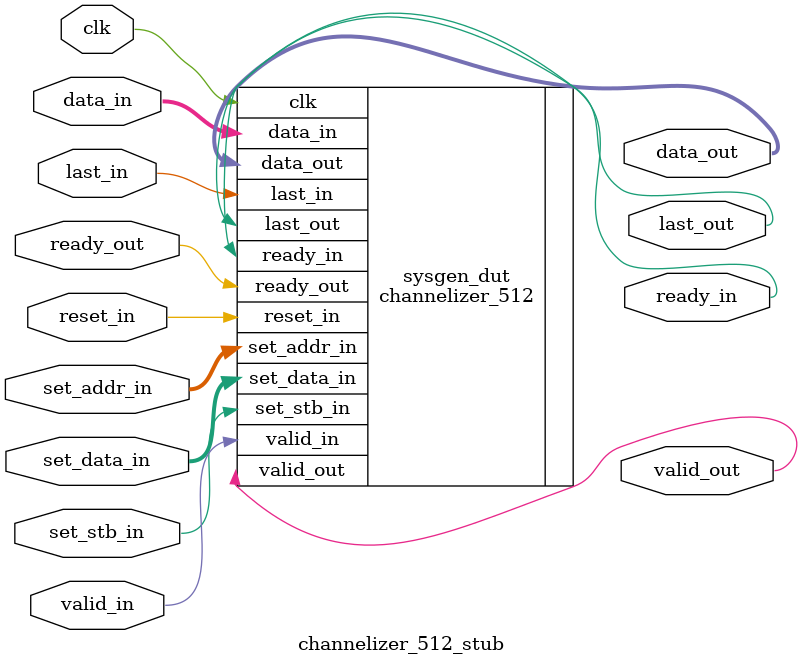
<source format=v>
`timescale 1 ns / 10 ps
module channelizer_512_stub (
  input [32-1:0] data_in,
  input [1-1:0] last_in,
  input [1-1:0] reset_in,
  input [8-1:0] set_addr_in,
  input [32-1:0] set_data_in,
  input [1-1:0] set_stb_in,
  input [1-1:0] valid_in,
  input [1-1:0] ready_out,
  input clk,
  output [1-1:0] ready_in,
  output [32-1:0] data_out,
  output [1-1:0] last_out,
  output [1-1:0] valid_out
);
  channelizer_512 sysgen_dut (
    .data_in(data_in),
    .last_in(last_in),
    .reset_in(reset_in),
    .set_addr_in(set_addr_in),
    .set_data_in(set_data_in),
    .set_stb_in(set_stb_in),
    .valid_in(valid_in),
    .ready_out(ready_out),
    .clk(clk),
    .ready_in(ready_in),
    .data_out(data_out),
    .last_out(last_out),
    .valid_out(valid_out)
  );
endmodule

</source>
